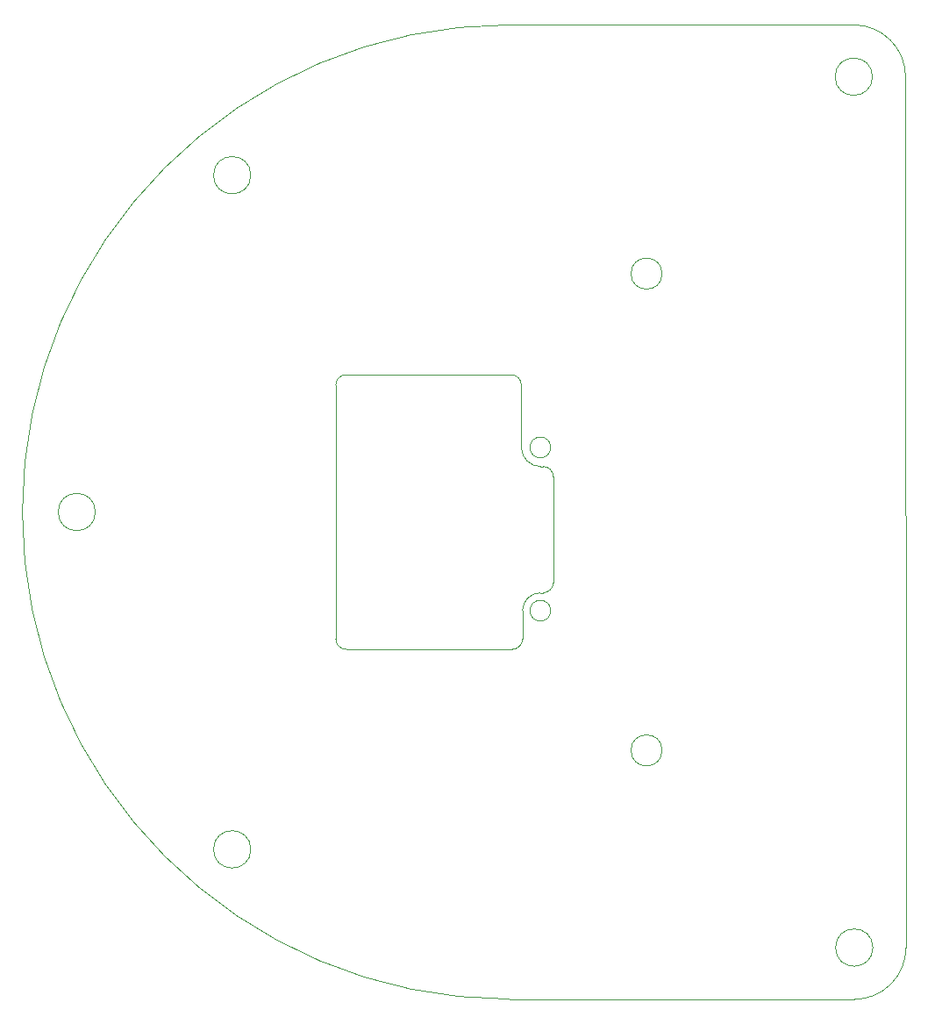
<source format=gbr>
G04 #@! TF.GenerationSoftware,KiCad,Pcbnew,9.0.2*
G04 #@! TF.CreationDate,2025-09-19T15:47:29-04:00*
G04 #@! TF.ProjectId,Trackball,54726163-6b62-4616-9c6c-2e6b69636164,rev?*
G04 #@! TF.SameCoordinates,Original*
G04 #@! TF.FileFunction,Profile,NP*
%FSLAX46Y46*%
G04 Gerber Fmt 4.6, Leading zero omitted, Abs format (unit mm)*
G04 Created by KiCad (PCBNEW 9.0.2) date 2025-09-19 15:47:29*
%MOMM*%
%LPD*%
G01*
G04 APERTURE LIST*
G04 #@! TA.AperFunction,Profile*
%ADD10C,0.050000*%
G04 #@! TD*
G04 APERTURE END LIST*
D10*
X129150000Y-54600000D02*
X162402776Y-54600000D01*
X132150000Y-97200000D02*
G75*
G02*
X130320241Y-95399672I0J1830000D01*
G01*
X132150000Y-97200000D02*
X132400000Y-97200000D01*
X130430143Y-111097808D02*
G75*
G02*
X132150000Y-109400000I1719857J-22192D01*
G01*
X167402799Y-59597223D02*
X167447219Y-143623303D01*
X129150000Y-148600000D02*
X162443304Y-148626078D01*
X167447219Y-143623303D02*
G75*
G02*
X162443304Y-148626118I-5000019J-2797D01*
G01*
X112400000Y-113849999D02*
X112400000Y-89350000D01*
X129430038Y-114850000D02*
X113400000Y-114849999D01*
X113400000Y-114849999D02*
G75*
G02*
X112400001Y-113849999I0J999999D01*
G01*
X143900000Y-124600000D02*
G75*
G02*
X140900000Y-124600000I-1500000J0D01*
G01*
X140900000Y-124600000D02*
G75*
G02*
X143900000Y-124600000I1500000J0D01*
G01*
X164202800Y-59600000D02*
G75*
G02*
X160602800Y-59600000I-1800000J0D01*
G01*
X160602800Y-59600000D02*
G75*
G02*
X164202800Y-59600000I1800000J0D01*
G01*
X104200000Y-134150000D02*
G75*
G02*
X100600000Y-134150000I-1800000J0D01*
G01*
X100600000Y-134150000D02*
G75*
G02*
X104200000Y-134150000I1800000J0D01*
G01*
X130430143Y-111097822D02*
X130430038Y-113850038D01*
X132150000Y-109400000D02*
X132400000Y-109400000D01*
X104200000Y-69100000D02*
G75*
G02*
X100600000Y-69100000I-1800000J0D01*
G01*
X100600000Y-69100000D02*
G75*
G02*
X104200000Y-69100000I1800000J0D01*
G01*
X130320241Y-95399698D02*
X130320034Y-89349966D01*
X129150000Y-148600000D02*
G75*
G02*
X129150000Y-54600000I0J47000000D01*
G01*
X164247200Y-143626100D02*
G75*
G02*
X160647200Y-143626100I-1800000J0D01*
G01*
X160647200Y-143626100D02*
G75*
G02*
X164247200Y-143626100I1800000J0D01*
G01*
X133400000Y-108400000D02*
G75*
G02*
X132400000Y-109400000I-1000000J0D01*
G01*
X130430038Y-113850038D02*
G75*
G02*
X129430038Y-114850038I-1000038J38D01*
G01*
X129320034Y-88350000D02*
X113400000Y-88350000D01*
X129320034Y-88350000D02*
G75*
G02*
X130320100Y-89349966I-34J-1000100D01*
G01*
X89200000Y-101600000D02*
G75*
G02*
X85600000Y-101600000I-1800000J0D01*
G01*
X85600000Y-101600000D02*
G75*
G02*
X89200000Y-101600000I1800000J0D01*
G01*
X162402776Y-54600000D02*
G75*
G02*
X167402799Y-59597223I24J-5000000D01*
G01*
X132400000Y-97200000D02*
G75*
G02*
X133400000Y-98200000I0J-1000000D01*
G01*
X133400000Y-98200000D02*
X133400000Y-108400000D01*
X112400000Y-89350000D02*
G75*
G02*
X113400000Y-88350000I1000000J0D01*
G01*
X133150000Y-111120000D02*
G75*
G02*
X131150000Y-111120000I-1000000J0D01*
G01*
X131150000Y-111120000D02*
G75*
G02*
X133150000Y-111120000I1000000J0D01*
G01*
X143900000Y-78600000D02*
G75*
G02*
X140900000Y-78600000I-1500000J0D01*
G01*
X140900000Y-78600000D02*
G75*
G02*
X143900000Y-78600000I1500000J0D01*
G01*
X133150000Y-95370000D02*
G75*
G02*
X131150000Y-95370000I-1000000J0D01*
G01*
X131150000Y-95370000D02*
G75*
G02*
X133150000Y-95370000I1000000J0D01*
G01*
M02*

</source>
